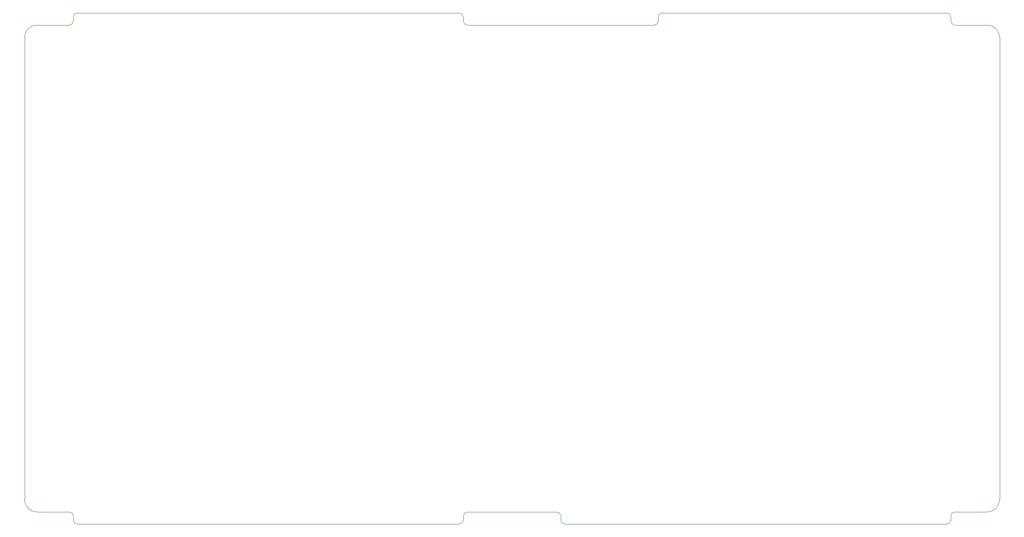
<source format=gbr>
G04 #@! TF.GenerationSoftware,KiCad,Pcbnew,(5.1.12)-1*
G04 #@! TF.CreationDate,2022-09-12T23:50:19-04:00*
G04 #@! TF.ProjectId,my-keeb-pro-micro,6d792d6b-6565-4622-9d70-726f2d6d6963,rev?*
G04 #@! TF.SameCoordinates,Original*
G04 #@! TF.FileFunction,Profile,NP*
%FSLAX46Y46*%
G04 Gerber Fmt 4.6, Leading zero omitted, Abs format (unit mm)*
G04 Created by KiCad (PCBNEW (5.1.12)-1) date 2022-09-12 23:50:19*
%MOMM*%
%LPD*%
G01*
G04 APERTURE LIST*
G04 #@! TA.AperFunction,Profile*
%ADD10C,0.050000*%
G04 #@! TD*
G04 APERTURE END LIST*
D10*
X192881250Y-10318750D02*
X137318750Y-10318750D01*
X136525000Y-11112500D02*
G75*
G02*
X137318750Y-10318750I793750J0D01*
G01*
X192881250Y-10318750D02*
G75*
G02*
X193675000Y-11112500I0J-793750D01*
G01*
X194468750Y-12700000D02*
G75*
G02*
X193675000Y-11906250I0J793750D01*
G01*
X193675000Y-11112500D02*
X193675000Y-11906250D01*
X136525000Y-11906250D02*
G75*
G02*
X135731250Y-12700000I-793750J0D01*
G01*
X136525000Y-11112500D02*
X136525000Y-11906250D01*
X194468750Y-12700000D02*
X200818750Y-12700000D01*
X135731250Y-12700000D02*
X99218750Y-12700000D01*
X118268750Y-110331250D02*
X192881250Y-110331250D01*
X116681250Y-107950000D02*
G75*
G02*
X117475000Y-108743750I0J-793750D01*
G01*
X118268750Y-110331250D02*
G75*
G02*
X117475000Y-109537500I0J793750D01*
G01*
X193675000Y-108743750D02*
G75*
G02*
X194468750Y-107950000I793750J0D01*
G01*
X193675000Y-108743750D02*
X193675000Y-109537500D01*
X193675000Y-109537500D02*
G75*
G02*
X192881250Y-110331250I-793750J0D01*
G01*
X200818750Y-107950000D02*
X194468750Y-107950000D01*
X117475000Y-108743750D02*
X117475000Y-109537500D01*
X97631250Y-110331250D02*
X23018750Y-110331250D01*
X22225000Y-108743750D02*
X22225000Y-109537500D01*
X116681250Y-107950000D02*
X99218750Y-107950000D01*
X21431250Y-107950000D02*
G75*
G02*
X22225000Y-108743750I0J-793750D01*
G01*
X21431250Y-107950000D02*
X15081250Y-107950000D01*
X98425000Y-108743750D02*
G75*
G02*
X99218750Y-107950000I793750J0D01*
G01*
X23018750Y-110331250D02*
G75*
G02*
X22225000Y-109537500I0J793750D01*
G01*
X98425000Y-108743750D02*
X98425000Y-109537500D01*
X98425000Y-109537500D02*
G75*
G02*
X97631250Y-110331250I-793750J0D01*
G01*
X21431250Y-12700000D02*
X15081250Y-12700000D01*
X22225000Y-11112500D02*
X22225000Y-11906250D01*
X22225000Y-11906250D02*
G75*
G02*
X21431250Y-12700000I-793750J0D01*
G01*
X22225000Y-11112500D02*
G75*
G02*
X23018750Y-10318750I793750J0D01*
G01*
X97631250Y-10318750D02*
X23018750Y-10318750D01*
X97631250Y-10318750D02*
G75*
G02*
X98425000Y-11112500I0J-793750D01*
G01*
X98425000Y-11906250D02*
X98425000Y-11112500D01*
X99218750Y-12700000D02*
G75*
G02*
X98425000Y-11906250I0J793750D01*
G01*
X203200000Y-105568750D02*
G75*
G02*
X200818750Y-107950000I-2381250J0D01*
G01*
X203200000Y-15081250D02*
X203200000Y-105568750D01*
X12700000Y-15081250D02*
X12700000Y-105568750D01*
X12700000Y-15081250D02*
G75*
G02*
X15081250Y-12700000I2381250J0D01*
G01*
X15081250Y-107950000D02*
G75*
G02*
X12700000Y-105568750I0J2381250D01*
G01*
X200818750Y-12700000D02*
G75*
G02*
X203200000Y-15081250I0J-2381250D01*
G01*
M02*

</source>
